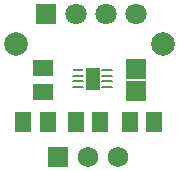
<source format=gts>
G04*
G04 #@! TF.GenerationSoftware,Altium Limited,Altium Designer,21.2.0 (30)*
G04*
G04 Layer_Color=8388736*
%FSLAX24Y24*%
%MOIN*%
G70*
G04*
G04 #@! TF.SameCoordinates,F2F7C35C-2EFF-4099-9E54-F5DBC4FB75ED*
G04*
G04*
G04 #@! TF.FilePolarity,Negative*
G04*
G01*
G75*
%ADD15R,0.0376X0.0095*%
G04:AMPARAMS|DCode=17|XSize=37.6mil|YSize=9.5mil|CornerRadius=4.8mil|HoleSize=0mil|Usage=FLASHONLY|Rotation=0.000|XOffset=0mil|YOffset=0mil|HoleType=Round|Shape=RoundedRectangle|*
%AMROUNDEDRECTD17*
21,1,0.0376,0.0000,0,0,0.0*
21,1,0.0281,0.0095,0,0,0.0*
1,1,0.0095,0.0140,0.0000*
1,1,0.0095,-0.0140,0.0000*
1,1,0.0095,-0.0140,0.0000*
1,1,0.0095,0.0140,0.0000*
%
%ADD17ROUNDEDRECTD17*%
%ADD21C,0.0787*%
%ADD22R,0.0472X0.0748*%
%ADD23R,0.0572X0.0690*%
%ADD24R,0.0690X0.0572*%
%ADD25R,0.0690X0.0671*%
%ADD26C,0.0690*%
%ADD27R,0.0690X0.0690*%
%ADD28C,0.0710*%
%ADD29R,0.0710X0.0710*%
D15*
X31367Y20195D02*
D03*
D17*
X32333D02*
D03*
Y19998D02*
D03*
Y19802D02*
D03*
Y19605D02*
D03*
X31367D02*
D03*
Y19802D02*
D03*
Y19998D02*
D03*
D21*
X29300Y21050D02*
D03*
X34200D02*
D03*
D22*
X31850Y19900D02*
D03*
D23*
X30354Y18450D02*
D03*
X29546D02*
D03*
X33096D02*
D03*
X33904D02*
D03*
X31300D02*
D03*
X32107D02*
D03*
D24*
X30200Y20254D02*
D03*
Y19446D02*
D03*
D25*
X33300Y19496D02*
D03*
Y20204D02*
D03*
D26*
X32700Y17300D02*
D03*
X31700D02*
D03*
D27*
X30700D02*
D03*
D28*
X33300Y22050D02*
D03*
X32300D02*
D03*
X31300D02*
D03*
D29*
X30300D02*
D03*
M02*

</source>
